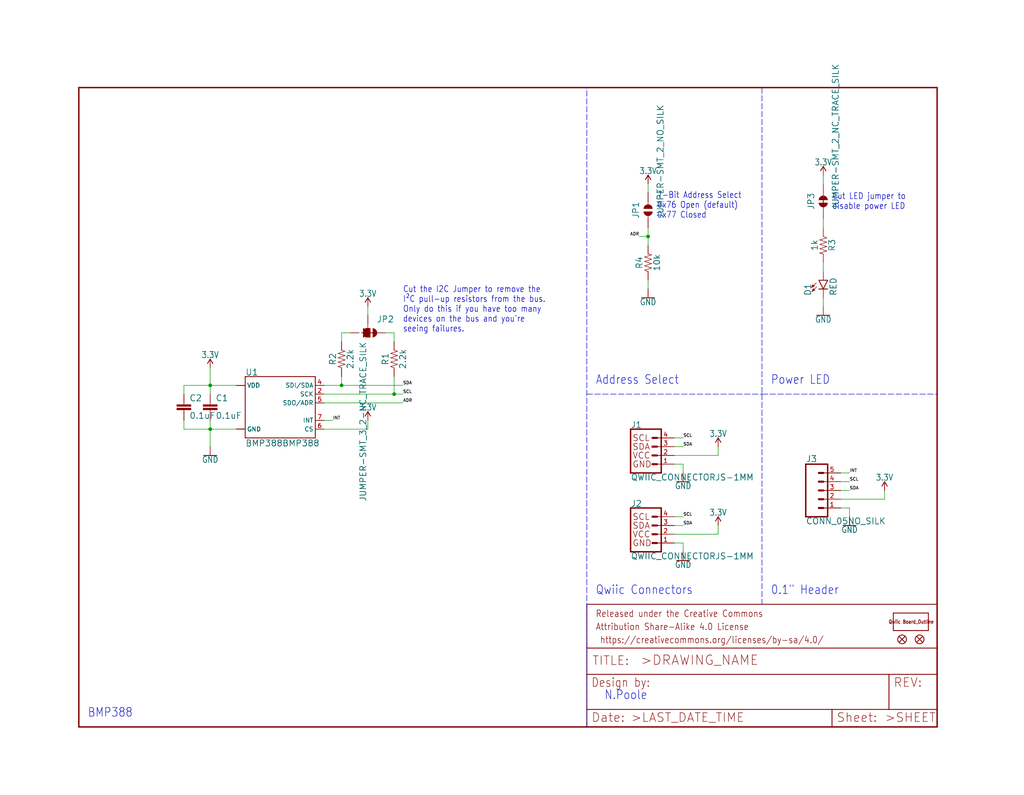
<source format=kicad_sch>
(kicad_sch (version 20211123) (generator eeschema)
  (paper "User" 297.002 230.632)
  (lib_symbols
    (symbol "eagleSchem-eagle-import:0.1UF-0603-25V-(+80{slash}-20%)"
      (property "Reference" "C" (at 1.524 2.921 0))
      (property "Value" "0.1UF-0603-25V-(+80{slash}-20%)" (at 1.524 -2.159 0))
      (symbol "0.1UF-0603-25V-(+80{slash}-20%)_1_0"
        (rectangle (start -2.032 0.508) (end 2.032 1.016) (fill (type outline)))
        (rectangle (start -2.032 1.524) (end 2.032 2.032) (fill (type outline)))
        (polyline (pts (xy 0 0) (xy 0 0.508)) (stroke (width 0.1524)))
        (polyline (pts (xy 0 2.54) (xy 0 2.032)) (stroke (width 0.1524)))
        (pin passive line (at 0 5.08 270) (length 2.54) (name "1") (number "1"))
        (pin passive line (at 0 -2.54 90) (length 2.54) (name "2") (number "2"))
      )
    )
    (symbol "eagleSchem-eagle-import:10KOHM-0603-1{slash}10W-1%"
      (property "Reference" "R" (at 0 1.524 0))
      (property "Value" "10KOHM-0603-1{slash}10W-1%" (at 0 -1.524 0))
      (symbol "10KOHM-0603-1{slash}10W-1%_1_0"
        (polyline (pts (xy -2.54 0) (xy -2.159 1.016)) (stroke (width 0.1524)))
        (polyline (pts (xy -2.159 1.016) (xy -1.524 -1.016)) (stroke (width 0.1524)))
        (polyline (pts (xy -1.524 -1.016) (xy -0.889 1.016)) (stroke (width 0.1524)))
        (polyline (pts (xy -0.889 1.016) (xy -0.254 -1.016)) (stroke (width 0.1524)))
        (polyline (pts (xy -0.254 -1.016) (xy 0.381 1.016)) (stroke (width 0.1524)))
        (polyline (pts (xy 0.381 1.016) (xy 1.016 -1.016)) (stroke (width 0.1524)))
        (polyline (pts (xy 1.016 -1.016) (xy 1.651 1.016)) (stroke (width 0.1524)))
        (polyline (pts (xy 1.651 1.016) (xy 2.286 -1.016)) (stroke (width 0.1524)))
        (polyline (pts (xy 2.286 -1.016) (xy 2.54 0)) (stroke (width 0.1524)))
        (pin passive line (at -5.08 0 0) (length 2.54) (name "1") (number "1"))
        (pin passive line (at 5.08 0 180) (length 2.54) (name "2") (number "2"))
      )
    )
    (symbol "eagleSchem-eagle-import:1KOHM-0603-1{slash}10W-1%"
      (property "Reference" "R" (at 0 1.524 0))
      (property "Value" "1KOHM-0603-1{slash}10W-1%" (at 0 -1.524 0))
      (symbol "1KOHM-0603-1{slash}10W-1%_1_0"
        (polyline (pts (xy -2.54 0) (xy -2.159 1.016)) (stroke (width 0.1524)))
        (polyline (pts (xy -2.159 1.016) (xy -1.524 -1.016)) (stroke (width 0.1524)))
        (polyline (pts (xy -1.524 -1.016) (xy -0.889 1.016)) (stroke (width 0.1524)))
        (polyline (pts (xy -0.889 1.016) (xy -0.254 -1.016)) (stroke (width 0.1524)))
        (polyline (pts (xy -0.254 -1.016) (xy 0.381 1.016)) (stroke (width 0.1524)))
        (polyline (pts (xy 0.381 1.016) (xy 1.016 -1.016)) (stroke (width 0.1524)))
        (polyline (pts (xy 1.016 -1.016) (xy 1.651 1.016)) (stroke (width 0.1524)))
        (polyline (pts (xy 1.651 1.016) (xy 2.286 -1.016)) (stroke (width 0.1524)))
        (polyline (pts (xy 2.286 -1.016) (xy 2.54 0)) (stroke (width 0.1524)))
        (pin passive line (at -5.08 0 0) (length 2.54) (name "1") (number "1"))
        (pin passive line (at 5.08 0 180) (length 2.54) (name "2") (number "2"))
      )
    )
    (symbol "eagleSchem-eagle-import:2.2KOHM-0603-1{slash}10W-1%"
      (property "Reference" "R" (at 0 1.524 0))
      (property "Value" "2.2KOHM-0603-1{slash}10W-1%" (at 0 -1.524 0))
      (symbol "2.2KOHM-0603-1{slash}10W-1%_1_0"
        (polyline (pts (xy -2.54 0) (xy -2.159 1.016)) (stroke (width 0.1524)))
        (polyline (pts (xy -2.159 1.016) (xy -1.524 -1.016)) (stroke (width 0.1524)))
        (polyline (pts (xy -1.524 -1.016) (xy -0.889 1.016)) (stroke (width 0.1524)))
        (polyline (pts (xy -0.889 1.016) (xy -0.254 -1.016)) (stroke (width 0.1524)))
        (polyline (pts (xy -0.254 -1.016) (xy 0.381 1.016)) (stroke (width 0.1524)))
        (polyline (pts (xy 0.381 1.016) (xy 1.016 -1.016)) (stroke (width 0.1524)))
        (polyline (pts (xy 1.016 -1.016) (xy 1.651 1.016)) (stroke (width 0.1524)))
        (polyline (pts (xy 1.651 1.016) (xy 2.286 -1.016)) (stroke (width 0.1524)))
        (polyline (pts (xy 2.286 -1.016) (xy 2.54 0)) (stroke (width 0.1524)))
        (pin passive line (at -5.08 0 0) (length 2.54) (name "1") (number "1"))
        (pin passive line (at 5.08 0 180) (length 2.54) (name "2") (number "2"))
      )
    )
    (symbol "eagleSchem-eagle-import:3.3V" (power)
      (property "Value" "3.3V" (at 0 2.794 0))
      (symbol "3.3V_1_0"
        (polyline (pts (xy 0 2.54) (xy -0.762 1.27)) (stroke (width 0.254)))
        (polyline (pts (xy 0.762 1.27) (xy 0 2.54)) (stroke (width 0.254)))
        (pin power_in line (at 0 0 90) (length 2.54) (name "3.3V") (number "1"))
      )
    )
    (symbol "eagleSchem-eagle-import:BMP388BMP388"
      (property "Reference" "U" (at -12.7 7.874 0))
      (property "Value" "BMP388BMP388" (at -12.7 -12.7 0))
      (symbol "BMP388BMP388_1_0"
        (polyline (pts (xy -12.7 -10.16) (xy 7.62 -10.16)) (stroke (width 0.254)))
        (polyline (pts (xy -12.7 7.62) (xy -12.7 -10.16)) (stroke (width 0.254)))
        (polyline (pts (xy 7.62 -10.16) (xy 7.62 7.62)) (stroke (width 0.254)))
        (polyline (pts (xy 7.62 7.62) (xy -12.7 7.62)) (stroke (width 0.254)))
        (pin bidirectional line (at -15.24 5.08 0) (length 2.54) (name "VDD") (number "1"))
        (pin bidirectional line (at -15.24 5.08 0) (length 2.54) (name "VDD") (number "10"))
        (pin bidirectional line (at 10.16 2.54 180) (length 2.54) (name "SCK") (number "2"))
        (pin bidirectional line (at -15.24 -7.62 0) (length 2.54) (name "GND") (number "3"))
        (pin bidirectional line (at 10.16 5.08 180) (length 2.54) (name "SDI/SDA") (number "4"))
        (pin bidirectional line (at 10.16 0 180) (length 2.54) (name "SDO/ADR") (number "5"))
        (pin bidirectional line (at 10.16 -7.62 180) (length 2.54) (name "CS") (number "6"))
        (pin bidirectional line (at 10.16 -5.08 180) (length 2.54) (name "INT") (number "7"))
        (pin bidirectional line (at -15.24 -7.62 0) (length 2.54) (name "GND") (number "8"))
        (pin bidirectional line (at -15.24 -7.62 0) (length 2.54) (name "GND") (number "9"))
      )
    )
    (symbol "eagleSchem-eagle-import:CONN_05NO_SILK"
      (property "Reference" "J" (at -2.54 8.128 0))
      (property "Value" "CONN_05NO_SILK" (at -2.54 -9.906 0))
      (symbol "CONN_05NO_SILK_1_0"
        (polyline (pts (xy -2.54 7.62) (xy -2.54 -7.62)) (stroke (width 0.4064)))
        (polyline (pts (xy -2.54 7.62) (xy 3.81 7.62)) (stroke (width 0.4064)))
        (polyline (pts (xy 1.27 -5.08) (xy 2.54 -5.08)) (stroke (width 0.6096)))
        (polyline (pts (xy 1.27 -2.54) (xy 2.54 -2.54)) (stroke (width 0.6096)))
        (polyline (pts (xy 1.27 0) (xy 2.54 0)) (stroke (width 0.6096)))
        (polyline (pts (xy 1.27 2.54) (xy 2.54 2.54)) (stroke (width 0.6096)))
        (polyline (pts (xy 1.27 5.08) (xy 2.54 5.08)) (stroke (width 0.6096)))
        (polyline (pts (xy 3.81 -7.62) (xy -2.54 -7.62)) (stroke (width 0.4064)))
        (polyline (pts (xy 3.81 -7.62) (xy 3.81 7.62)) (stroke (width 0.4064)))
        (pin passive line (at 7.62 -5.08 180) (length 5.08) (name "1") (number "1"))
        (pin passive line (at 7.62 -2.54 180) (length 5.08) (name "2") (number "2"))
        (pin passive line (at 7.62 0 180) (length 5.08) (name "3") (number "3"))
        (pin passive line (at 7.62 2.54 180) (length 5.08) (name "4") (number "4"))
        (pin passive line (at 7.62 5.08 180) (length 5.08) (name "5") (number "5"))
      )
    )
    (symbol "eagleSchem-eagle-import:FIDUCIALUFIDUCIAL"
      (symbol "FIDUCIALUFIDUCIAL_1_0"
        (polyline (pts (xy -0.762 0.762) (xy 0.762 -0.762)) (stroke (width 0.254)))
        (polyline (pts (xy 0.762 0.762) (xy -0.762 -0.762)) (stroke (width 0.254)))
        (circle (center 0 0) (radius 1.27) (stroke (width 0.254)))
      )
    )
    (symbol "eagleSchem-eagle-import:FRAME-LETTERNO_PACKAGE"
      (symbol "FRAME-LETTERNO_PACKAGE_1_0"
        (polyline (pts (xy 0 0) (xy 248.92 0)) (stroke (width 0.4064)))
        (polyline (pts (xy 0 185.42) (xy 0 0)) (stroke (width 0.4064)))
        (polyline (pts (xy 0 185.42) (xy 248.92 185.42)) (stroke (width 0.4064)))
        (polyline (pts (xy 248.92 185.42) (xy 248.92 0)) (stroke (width 0.4064)))
      )
      (symbol "FRAME-LETTERNO_PACKAGE_2_0"
        (polyline (pts (xy 0 0) (xy 0 5.08)) (stroke (width 0.254)))
        (polyline (pts (xy 0 0) (xy 71.12 0)) (stroke (width 0.254)))
        (polyline (pts (xy 0 5.08) (xy 0 15.24)) (stroke (width 0.254)))
        (polyline (pts (xy 0 5.08) (xy 71.12 5.08)) (stroke (width 0.254)))
        (polyline (pts (xy 0 15.24) (xy 0 22.86)) (stroke (width 0.254)))
        (polyline (pts (xy 0 22.86) (xy 0 35.56)) (stroke (width 0.254)))
        (polyline (pts (xy 0 22.86) (xy 101.6 22.86)) (stroke (width 0.254)))
        (polyline (pts (xy 71.12 0) (xy 101.6 0)) (stroke (width 0.254)))
        (polyline (pts (xy 71.12 5.08) (xy 71.12 0)) (stroke (width 0.254)))
        (polyline (pts (xy 71.12 5.08) (xy 87.63 5.08)) (stroke (width 0.254)))
        (polyline (pts (xy 87.63 5.08) (xy 101.6 5.08)) (stroke (width 0.254)))
        (polyline (pts (xy 87.63 15.24) (xy 0 15.24)) (stroke (width 0.254)))
        (polyline (pts (xy 87.63 15.24) (xy 87.63 5.08)) (stroke (width 0.254)))
        (polyline (pts (xy 101.6 5.08) (xy 101.6 0)) (stroke (width 0.254)))
        (polyline (pts (xy 101.6 15.24) (xy 87.63 15.24)) (stroke (width 0.254)))
        (polyline (pts (xy 101.6 15.24) (xy 101.6 5.08)) (stroke (width 0.254)))
        (polyline (pts (xy 101.6 22.86) (xy 101.6 15.24)) (stroke (width 0.254)))
        (polyline (pts (xy 101.6 35.56) (xy 0 35.56)) (stroke (width 0.254)))
        (polyline (pts (xy 101.6 35.56) (xy 101.6 22.86)) (stroke (width 0.254)))
        (text " https://creativecommons.org/licenses/by-sa/4.0/" (at 2.54 24.13 0) (effects (font (size 1.9304 1.6408)) (justify left bottom)))
        (text ">DRAWING_NAME" (at 15.494 17.78 0) (effects (font (size 2.7432 2.7432)) (justify left bottom)))
        (text ">LAST_DATE_TIME" (at 12.7 1.27 0) (effects (font (size 2.54 2.54)) (justify left bottom)))
        (text ">SHEET" (at 86.36 1.27 0) (effects (font (size 2.54 2.54)) (justify left bottom)))
        (text "Attribution Share-Alike 4.0 License" (at 2.54 27.94 0) (effects (font (size 1.9304 1.6408)) (justify left bottom)))
        (text "Date:" (at 1.27 1.27 0) (effects (font (size 2.54 2.54)) (justify left bottom)))
        (text "Design by:" (at 1.27 11.43 0) (effects (font (size 2.54 2.159)) (justify left bottom)))
        (text "Released under the Creative Commons" (at 2.54 31.75 0) (effects (font (size 1.9304 1.6408)) (justify left bottom)))
        (text "REV:" (at 88.9 11.43 0) (effects (font (size 2.54 2.54)) (justify left bottom)))
        (text "Sheet:" (at 72.39 1.27 0) (effects (font (size 2.54 2.54)) (justify left bottom)))
        (text "TITLE:" (at 1.524 17.78 0) (effects (font (size 2.54 2.54)) (justify left bottom)))
      )
    )
    (symbol "eagleSchem-eagle-import:GND" (power)
      (property "Value" "GND" (at 0 -0.254 0))
      (symbol "GND_1_0"
        (polyline (pts (xy -1.905 0) (xy 1.905 0)) (stroke (width 0.254)))
        (pin power_in line (at 0 2.54 270) (length 2.54) (name "GND") (number "1"))
      )
    )
    (symbol "eagleSchem-eagle-import:JUMPER-SMT_2_NC_TRACE_SILK"
      (property "Reference" "JP" (at -2.54 2.54 0))
      (property "Value" "JUMPER-SMT_2_NC_TRACE_SILK" (at -2.54 -2.54 0))
      (symbol "JUMPER-SMT_2_NC_TRACE_SILK_1_0"
        (arc (start -0.381 1.2699) (mid -1.6508 0) (end -0.381 -1.2699) (stroke (width 0.0001)) (fill (type outline)))
        (polyline (pts (xy -2.54 0) (xy -1.651 0)) (stroke (width 0.1524)))
        (polyline (pts (xy -0.762 0) (xy 1.016 0)) (stroke (width 0.254)))
        (polyline (pts (xy 2.54 0) (xy 1.651 0)) (stroke (width 0.1524)))
        (arc (start 0.381 -1.2698) (mid 1.279 -0.898) (end 1.6509 0) (stroke (width 0.0001)) (fill (type outline)))
        (arc (start 1.651 0) (mid 1.2789 0.8979) (end 0.381 1.2699) (stroke (width 0.0001)) (fill (type outline)))
        (pin passive line (at -5.08 0 0) (length 2.54) (name "1") (number "1"))
        (pin passive line (at 5.08 0 180) (length 2.54) (name "2") (number "2"))
      )
    )
    (symbol "eagleSchem-eagle-import:JUMPER-SMT_2_NO_SILK"
      (property "Reference" "JP" (at -2.54 2.54 0))
      (property "Value" "JUMPER-SMT_2_NO_SILK" (at -2.54 -2.54 0))
      (symbol "JUMPER-SMT_2_NO_SILK_1_0"
        (arc (start -0.381 1.2699) (mid -1.6508 0) (end -0.381 -1.2699) (stroke (width 0.0001)) (fill (type outline)))
        (polyline (pts (xy -2.54 0) (xy -1.651 0)) (stroke (width 0.1524)))
        (polyline (pts (xy 2.54 0) (xy 1.651 0)) (stroke (width 0.1524)))
        (arc (start 0.381 -1.2699) (mid 1.6508 0) (end 0.381 1.2699) (stroke (width 0.0001)) (fill (type outline)))
        (pin passive line (at -5.08 0 0) (length 2.54) (name "1") (number "1"))
        (pin passive line (at 5.08 0 180) (length 2.54) (name "2") (number "2"))
      )
    )
    (symbol "eagleSchem-eagle-import:JUMPER-SMT_3_2-NC_TRACE_SILK"
      (property "Reference" "JP" (at 2.54 0.381 0))
      (property "Value" "JUMPER-SMT_3_2-NC_TRACE_SILK" (at 2.54 -0.381 0))
      (symbol "JUMPER-SMT_3_2-NC_TRACE_SILK_1_0"
        (rectangle (start -1.27 -0.635) (end 1.27 0.635) (fill (type outline)))
        (polyline (pts (xy -2.54 0) (xy -1.27 0)) (stroke (width 0.1524)))
        (polyline (pts (xy -1.27 -0.635) (xy -1.27 0)) (stroke (width 0.1524)))
        (polyline (pts (xy -1.27 0) (xy -1.27 0.635)) (stroke (width 0.1524)))
        (polyline (pts (xy -1.27 0.635) (xy 1.27 0.635)) (stroke (width 0.1524)))
        (polyline (pts (xy 0 2.032) (xy 0 -1.778)) (stroke (width 0.254)))
        (polyline (pts (xy 1.27 -0.635) (xy -1.27 -0.635)) (stroke (width 0.1524)))
        (polyline (pts (xy 1.27 0.635) (xy 1.27 -0.635)) (stroke (width 0.1524)))
        (arc (start 0 2.667) (mid -0.898 2.295) (end -1.27 1.397) (stroke (width 0.0001)) (fill (type outline)))
        (arc (start 1.27 -1.397) (mid 0 -0.127) (end -1.27 -1.397) (stroke (width 0.0001)) (fill (type outline)))
        (arc (start 1.27 1.397) (mid 0.898 2.295) (end 0 2.667) (stroke (width 0.0001)) (fill (type outline)))
        (pin passive line (at 0 5.08 270) (length 2.54) (name "1") (number "1"))
        (pin passive line (at -5.08 0 0) (length 2.54) (name "2") (number "2"))
        (pin passive line (at 0 -5.08 90) (length 2.54) (name "3") (number "3"))
      )
    )
    (symbol "eagleSchem-eagle-import:LED-RED0603"
      (property "Reference" "D" (at -3.429 -4.572 90))
      (property "Value" "LED-RED0603" (at 1.905 -4.572 90))
      (symbol "LED-RED0603_1_0"
        (polyline (pts (xy -2.032 -0.762) (xy -3.429 -2.159)) (stroke (width 0.1524)))
        (polyline (pts (xy -1.905 -1.905) (xy -3.302 -3.302)) (stroke (width 0.1524)))
        (polyline (pts (xy 0 -2.54) (xy -1.27 -2.54)) (stroke (width 0.254)))
        (polyline (pts (xy 0 -2.54) (xy -1.27 0)) (stroke (width 0.254)))
        (polyline (pts (xy 1.27 -2.54) (xy 0 -2.54)) (stroke (width 0.254)))
        (polyline (pts (xy 1.27 0) (xy -1.27 0)) (stroke (width 0.254)))
        (polyline (pts (xy 1.27 0) (xy 0 -2.54)) (stroke (width 0.254)))
        (polyline (pts (xy -3.429 -2.159) (xy -3.048 -1.27) (xy -2.54 -1.778)) (fill (type outline)))
        (polyline (pts (xy -3.302 -3.302) (xy -2.921 -2.413) (xy -2.413 -2.921)) (fill (type outline)))
        (pin passive line (at 0 2.54 270) (length 2.54) (name "A") (number "A"))
        (pin passive line (at 0 -5.08 90) (length 2.54) (name "C") (number "C"))
      )
    )
    (symbol "eagleSchem-eagle-import:QWIIC_BOARD_OUTLINEH"
      (symbol "QWIIC_BOARD_OUTLINEH_1_0"
        (polyline (pts (xy -5.08 -2.54) (xy -5.08 2.54)) (stroke (width 0.254)))
        (polyline (pts (xy -5.08 2.54) (xy 5.08 2.54)) (stroke (width 0.254)))
        (polyline (pts (xy 5.08 -2.54) (xy -5.08 -2.54)) (stroke (width 0.254)))
        (polyline (pts (xy 5.08 2.54) (xy 5.08 -2.54)) (stroke (width 0.254)))
        (text "Qwiic Board_Outline" (at 0.127 0 0) (effects (font (size 1.016 0.8636) (thickness 0.1727) bold)))
      )
    )
    (symbol "eagleSchem-eagle-import:QWIIC_CONNECTORJS-1MM"
      (property "Reference" "J" (at -5.08 7.874 0))
      (property "Value" "QWIIC_CONNECTORJS-1MM" (at -5.08 -5.334 0))
      (symbol "QWIIC_CONNECTORJS-1MM_1_0"
        (polyline (pts (xy -5.08 7.62) (xy -5.08 -5.08)) (stroke (width 0.4064)))
        (polyline (pts (xy -5.08 7.62) (xy 3.81 7.62)) (stroke (width 0.4064)))
        (polyline (pts (xy 1.27 -2.54) (xy 2.54 -2.54)) (stroke (width 0.6096)))
        (polyline (pts (xy 1.27 0) (xy 2.54 0)) (stroke (width 0.6096)))
        (polyline (pts (xy 1.27 2.54) (xy 2.54 2.54)) (stroke (width 0.6096)))
        (polyline (pts (xy 1.27 5.08) (xy 2.54 5.08)) (stroke (width 0.6096)))
        (polyline (pts (xy 3.81 -5.08) (xy -5.08 -5.08)) (stroke (width 0.4064)))
        (polyline (pts (xy 3.81 -5.08) (xy 3.81 7.62)) (stroke (width 0.4064)))
        (text "GND" (at -4.572 -2.54 0) (effects (font (size 1.778 1.778)) (justify left)))
        (text "SCL" (at -4.572 5.08 0) (effects (font (size 1.778 1.778)) (justify left)))
        (text "SDA" (at -4.572 2.54 0) (effects (font (size 1.778 1.778)) (justify left)))
        (text "VCC" (at -4.572 0 0) (effects (font (size 1.778 1.778)) (justify left)))
        (pin power_in line (at 7.62 -2.54 180) (length 5.08) (name "GND") (number "1"))
        (pin power_in line (at 7.62 0 180) (length 5.08) (name "VCC") (number "2"))
        (pin passive line (at 7.62 2.54 180) (length 5.08) (name "SDA") (number "3"))
        (pin passive line (at 7.62 5.08 180) (length 5.08) (name "SCL") (number "4"))
      )
    )
  )
  (junction (at 114.3 114.3))
  (junction (at 187.96 68.58))
  (junction (at 99.06 111.76))
  (junction (at 60.96 124.46))
  (junction (at 60.96 111.76))
  (wire (pts (xy 60.96 111.76) (xy 60.96 106.68)))
  (wire (pts (xy 238.76 53.34) (xy 238.76 50.8)))
  (wire (pts (xy 93.98 114.3) (xy 114.3 114.3)))
  (wire (pts (xy 243.84 137.16) (xy 246.38 137.16)))
  (wire (pts (xy 114.3 96.52) (xy 111.76 96.52)))
  (wire (pts (xy 187.96 81.28) (xy 187.96 83.82)))
  (wire (pts (xy 60.96 114.3) (xy 60.96 111.76)))
  (wire (pts (xy 195.58 149.86) (xy 198.12 149.86)))
  (wire (pts (xy 93.98 116.84) (xy 116.84 116.84)))
  (wire (pts (xy 114.3 109.22) (xy 114.3 114.3)))
  (wire (pts (xy 195.58 129.54) (xy 198.12 129.54)))
  (wire (pts (xy 256.54 144.78) (xy 256.54 142.24)))
  (wire (pts (xy 187.96 68.58) (xy 185.42 68.58)))
  (wire (pts (xy 60.96 124.46) (xy 60.96 129.54)))
  (wire (pts (xy 187.96 68.58) (xy 187.96 66.04)))
  (wire (pts (xy 114.3 114.3) (xy 116.84 114.3)))
  (wire (pts (xy 243.84 142.24) (xy 246.38 142.24)))
  (polyline (pts (xy 170.18 114.3) (xy 220.98 114.3)))
  (wire (pts (xy 208.28 132.08) (xy 208.28 129.54)))
  (wire (pts (xy 243.84 147.32) (xy 246.38 147.32)))
  (wire (pts (xy 198.12 157.48) (xy 198.12 160.02)))
  (wire (pts (xy 60.96 124.46) (xy 60.96 121.92)))
  (wire (pts (xy 68.58 124.46) (xy 60.96 124.46)))
  (wire (pts (xy 187.96 71.12) (xy 187.96 68.58)))
  (wire (pts (xy 195.58 157.48) (xy 198.12 157.48)))
  (polyline (pts (xy 220.98 114.3) (xy 220.98 175.26)))
  (wire (pts (xy 93.98 111.76) (xy 99.06 111.76)))
  (wire (pts (xy 238.76 76.2) (xy 238.76 78.74)))
  (wire (pts (xy 99.06 111.76) (xy 116.84 111.76)))
  (wire (pts (xy 243.84 144.78) (xy 256.54 144.78)))
  (wire (pts (xy 99.06 96.52) (xy 101.6 96.52)))
  (wire (pts (xy 93.98 124.46) (xy 106.68 124.46)))
  (wire (pts (xy 195.58 152.4) (xy 198.12 152.4)))
  (wire (pts (xy 106.68 124.46) (xy 106.68 121.92)))
  (wire (pts (xy 60.96 111.76) (xy 68.58 111.76)))
  (wire (pts (xy 195.58 134.62) (xy 198.12 134.62)))
  (polyline (pts (xy 170.18 210.82) (xy 170.18 25.4)))
  (polyline (pts (xy 220.98 25.4) (xy 220.98 114.3)))
  (wire (pts (xy 246.38 147.32) (xy 246.38 149.86)))
  (wire (pts (xy 53.34 124.46) (xy 60.96 124.46)))
  (wire (pts (xy 195.58 132.08) (xy 208.28 132.08)))
  (wire (pts (xy 195.58 154.94) (xy 208.28 154.94)))
  (wire (pts (xy 195.58 127) (xy 198.12 127)))
  (wire (pts (xy 93.98 121.92) (xy 96.52 121.92)))
  (wire (pts (xy 53.34 121.92) (xy 53.34 124.46)))
  (wire (pts (xy 187.96 55.88) (xy 187.96 53.34)))
  (wire (pts (xy 198.12 134.62) (xy 198.12 137.16)))
  (wire (pts (xy 238.76 66.04) (xy 238.76 63.5)))
  (wire (pts (xy 208.28 154.94) (xy 208.28 152.4)))
  (wire (pts (xy 114.3 99.06) (xy 114.3 96.52)))
  (wire (pts (xy 53.34 111.76) (xy 53.34 114.3)))
  (wire (pts (xy 238.76 86.36) (xy 238.76 88.9)))
  (wire (pts (xy 99.06 109.22) (xy 99.06 111.76)))
  (wire (pts (xy 243.84 139.7) (xy 246.38 139.7)))
  (polyline (pts (xy 220.98 114.3) (xy 271.78 114.3)))
  (wire (pts (xy 106.68 88.9) (xy 106.68 91.44)))
  (wire (pts (xy 99.06 99.06) (xy 99.06 96.52)))
  (wire (pts (xy 60.96 111.76) (xy 53.34 111.76)))
  (text "0.1\" Header" (at 223.52 172.72 180) (effects (font (size 2.54 2.159)) (justify left bottom)))
  (text "7-Bit Address Select\n0x76 Open (default)\n0x77 Closed" (at 190.5 63.5 0) (effects (font (size 1.778 1.5113)) (justify left bottom)))
  (text "N.Poole" (at 175.26 203.2 180) (effects (font (size 2.54 2.159)) (justify left bottom)))
  (text "Address Select" (at 172.72 111.76 180) (effects (font (size 2.54 2.159)) (justify left bottom)))
  (text "Cut LED jumper to\ndisable power LED" (at 241.3 60.96 180) (effects (font (size 1.778 1.5113)) (justify left bottom)))
  (text "Power LED" (at 223.52 111.76 180) (effects (font (size 2.54 2.159)) (justify left bottom)))
  (text "Cut the I2C Jumper to remove the\nI²C pull-up resistors from the bus.\nOnly do this if you have too many\ndevices on the bus and you're\nseeing failures." (at 116.84 96.52 0) (effects (font (size 1.778 1.5113)) (justify left bottom)))
  (text "BMP388" (at 25.4 208.28 180) (effects (font (size 2.54 2.159)) (justify left bottom)))
  (text "Qwiic Connectors" (at 172.72 172.72 180) (effects (font (size 2.54 2.159)) (justify left bottom)))
  (label "INT" (at 246.38 137.16 0) (effects (font (size 0.889 0.889))))
  (label "INT" (at 96.52 121.92 0) (effects (font (size 0.889 0.889))))
  (label "SCL" (at 198.12 149.86 0) (effects (font (size 0.889 0.889))))
  (label "SDA" (at 116.84 111.76 0) (effects (font (size 0.889 0.889))))
  (label "SDA" (at 198.12 152.4 0) (effects (font (size 0.889 0.889))))
  (label "SDA" (at 246.38 142.24 0) (effects (font (size 0.889 0.889))))
  (label "SDA" (at 198.12 129.54 0) (effects (font (size 0.889 0.889))))
  (label "SCL" (at 116.84 114.3 0) (effects (font (size 0.889 0.889))))
  (label "ADR" (at 185.42 68.58 180) (effects (font (size 0.889 0.889))))
  (label "SCL" (at 246.38 139.7 0) (effects (font (size 0.889 0.889))))
  (label "SCL" (at 198.12 127 0) (effects (font (size 0.889 0.889))))
  (label "ADR" (at 116.84 116.84 0) (effects (font (size 0.889 0.889))))
  (symbol (lib_id "eagleSchem-eagle-import:3.3V") (at 238.76 50.8 0) (unit 1)
    (property "Reference" "#SUPPLY4" (effects hide))
    (property "Value" "3.3V" (at 238.76 48.006 0) (effects (font (size 1.778 1.5113)) (justify bottom)))
    (property "Footprint" "eagleSchem:" (effects hide))
  )
  (symbol (lib_id "eagleSchem-eagle-import:3.3V") (at 60.96 106.68 0) (unit 1)
    (property "Reference" "#SUPPLY1" (effects hide))
    (property "Value" "3.3V" (at 60.96 103.886 0) (effects (font (size 1.778 1.5113)) (justify bottom)))
    (property "Footprint" "eagleSchem:" (effects hide))
  )
  (symbol (lib_id "eagleSchem-eagle-import:10KOHM-0603-1{slash}10W-1%") (at 187.96 76.2 90) (unit 1)
    (property "Reference" "R4" (at 186.436 76.2 0) (effects (font (size 1.778 1.778)) (justify bottom)))
    (property "Value" "10k" (at 189.484 76.2 0) (effects (font (size 1.778 1.778)) (justify top)))
    (property "Footprint" "eagleSchem:0603" (effects hide))
  )
  (symbol (lib_id "eagleSchem-eagle-import:3.3V") (at 187.96 53.34 0) (unit 1)
    (property "Reference" "#SUPPLY3" (effects hide))
    (property "Value" "3.3V" (at 187.96 50.546 0) (effects (font (size 1.778 1.5113)) (justify bottom)))
    (property "Footprint" "eagleSchem:" (effects hide))
  )
  (symbol (lib_id "eagleSchem-eagle-import:3.3V") (at 208.28 129.54 0) (unit 1)
    (property "Reference" "#SUPPLY5" (effects hide))
    (property "Value" "3.3V" (at 208.28 126.746 0) (effects (font (size 1.778 1.5113)) (justify bottom)))
    (property "Footprint" "eagleSchem:" (effects hide))
  )
  (symbol (lib_id "eagleSchem-eagle-import:3.3V") (at 256.54 142.24 0) (unit 1)
    (property "Reference" "#SUPPLY8" (effects hide))
    (property "Value" "3.3V" (at 256.54 139.446 0) (effects (font (size 1.778 1.5113)) (justify bottom)))
    (property "Footprint" "eagleSchem:" (effects hide))
  )
  (symbol (lib_id "eagleSchem-eagle-import:GND") (at 246.38 152.4 0) (unit 1)
    (property "Reference" "#GND6" (effects hide))
    (property "Value" "GND" (at 246.38 152.654 0) (effects (font (size 1.778 1.5113)) (justify top)))
    (property "Footprint" "eagleSchem:" (effects hide))
  )
  (symbol (lib_id "eagleSchem-eagle-import:BMP388BMP388") (at 83.82 116.84 0) (unit 1)
    (property "Reference" "U1" (at 71.12 108.966 0) (effects (font (size 1.778 1.778)) (justify left bottom)))
    (property "Value" "BMP388BMP388" (at 71.12 129.54 0) (effects (font (size 1.778 1.778)) (justify left bottom)))
    (property "Footprint" "eagleSchem:LGA-10(2X2)" (effects hide))
  )
  (symbol (lib_id "eagleSchem-eagle-import:JUMPER-SMT_2_NC_TRACE_SILK") (at 238.76 58.42 90) (unit 1)
    (property "Reference" "JP3" (at 236.22 60.96 0) (effects (font (size 1.778 1.778)) (justify left bottom)))
    (property "Value" "JUMPER-SMT_2_NC_TRACE_SILK" (at 241.3 60.96 0) (effects (font (size 1.778 1.778)) (justify left top)))
    (property "Footprint" "eagleSchem:SMT-JUMPER_2_NC_TRACE_SILK" (effects hide))
  )
  (symbol (lib_id "eagleSchem-eagle-import:3.3V") (at 106.68 121.92 0) (unit 1)
    (property "Reference" "#SUPPLY7" (effects hide))
    (property "Value" "3.3V" (at 106.68 119.126 0) (effects (font (size 1.778 1.5113)) (justify bottom)))
    (property "Footprint" "eagleSchem:" (effects hide))
  )
  (symbol (lib_id "eagleSchem-eagle-import:GND") (at 60.96 132.08 0) (unit 1)
    (property "Reference" "#GND1" (effects hide))
    (property "Value" "GND" (at 60.96 132.334 0) (effects (font (size 1.778 1.5113)) (justify top)))
    (property "Footprint" "eagleSchem:" (effects hide))
  )
  (symbol (lib_id "eagleSchem-eagle-import:3.3V") (at 208.28 152.4 0) (unit 1)
    (property "Reference" "#SUPPLY6" (effects hide))
    (property "Value" "3.3V" (at 208.28 149.606 0) (effects (font (size 1.778 1.5113)) (justify bottom)))
    (property "Footprint" "eagleSchem:" (effects hide))
  )
  (symbol (lib_id "eagleSchem-eagle-import:QWIIC_CONNECTORJS-1MM") (at 187.96 154.94 0) (unit 1)
    (property "Reference" "J2" (at 182.88 147.066 0) (effects (font (size 1.778 1.778)) (justify left bottom)))
    (property "Value" "QWIIC_CONNECTORJS-1MM" (at 182.88 160.274 0) (effects (font (size 1.778 1.778)) (justify left top)))
    (property "Footprint" "eagleSchem:1X04_1MM_RA" (effects hide))
  )
  (symbol (lib_id "eagleSchem-eagle-import:GND") (at 238.76 91.44 0) (unit 1)
    (property "Reference" "#GND3" (effects hide))
    (property "Value" "GND" (at 238.76 91.694 0) (effects (font (size 1.778 1.5113)) (justify top)))
    (property "Footprint" "eagleSchem:" (effects hide))
  )
  (symbol (lib_id "eagleSchem-eagle-import:CONN_05NO_SILK") (at 236.22 142.24 0) (unit 1)
    (property "Reference" "J3" (at 233.68 134.112 0) (effects (font (size 1.778 1.778)) (justify left bottom)))
    (property "Value" "CONN_05NO_SILK" (at 233.68 152.146 0) (effects (font (size 1.778 1.778)) (justify left bottom)))
    (property "Footprint" "eagleSchem:1X05_NO_SILK" (effects hide))
  )
  (symbol (lib_id "eagleSchem-eagle-import:2.2KOHM-0603-1{slash}10W-1%") (at 114.3 104.14 90) (unit 1)
    (property "Reference" "R1" (at 112.776 104.14 0) (effects (font (size 1.778 1.778)) (justify bottom)))
    (property "Value" "2.2k" (at 115.824 104.14 0) (effects (font (size 1.778 1.778)) (justify top)))
    (property "Footprint" "eagleSchem:0603" (effects hide))
  )
  (symbol (lib_id "eagleSchem-eagle-import:GND") (at 198.12 162.56 0) (unit 1)
    (property "Reference" "#GND5" (effects hide))
    (property "Value" "GND" (at 198.12 162.814 0) (effects (font (size 1.778 1.5113)) (justify top)))
    (property "Footprint" "eagleSchem:" (effects hide))
  )
  (symbol (lib_id "eagleSchem-eagle-import:0.1UF-0603-25V-(+80{slash}-20%)") (at 53.34 119.38 0) (unit 1)
    (property "Reference" "C2" (at 54.864 116.459 0) (effects (font (size 1.778 1.778)) (justify left bottom)))
    (property "Value" "0.1uF" (at 54.864 121.539 0) (effects (font (size 1.778 1.778)) (justify left bottom)))
    (property "Footprint" "eagleSchem:0603" (effects hide))
  )
  (symbol (lib_id "eagleSchem-eagle-import:QWIIC_CONNECTORJS-1MM") (at 187.96 132.08 0) (unit 1)
    (property "Reference" "J1" (at 182.88 124.206 0) (effects (font (size 1.778 1.778)) (justify left bottom)))
    (property "Value" "QWIIC_CONNECTORJS-1MM" (at 182.88 137.414 0) (effects (font (size 1.778 1.778)) (justify left top)))
    (property "Footprint" "eagleSchem:1X04_1MM_RA" (effects hide))
  )
  (symbol (lib_id "eagleSchem-eagle-import:1KOHM-0603-1{slash}10W-1%") (at 238.76 71.12 270) (unit 1)
    (property "Reference" "R3" (at 240.284 71.12 0) (effects (font (size 1.778 1.778)) (justify bottom)))
    (property "Value" "1k" (at 237.236 71.12 0) (effects (font (size 1.778 1.778)) (justify top)))
    (property "Footprint" "eagleSchem:0603" (effects hide))
  )
  (symbol (lib_id "eagleSchem-eagle-import:FRAME-LETTERNO_PACKAGE") (at 170.18 210.82 0) (unit 2)
    (property "Reference" "FRAME1" (effects hide))
    (property "Value" "FRAME-LETTERNO_PACKAGE" (effects hide))
    (property "Footprint" "eagleSchem:DUMMY" (effects hide))
  )
  (symbol (lib_id "eagleSchem-eagle-import:QWIIC_BOARD_OUTLINEH") (at 264.16 180.34 0) (unit 1)
    (property "Reference" "A1" (effects hide))
    (property "Value" "QWIIC_BOARD_OUTLINEH" (effects hide))
    (property "Footprint" "eagleSchem:QWIIC_BOARD_MOUNT_HOLES" (effects hide))
  )
  (symbol (lib_id "eagleSchem-eagle-import:0.1UF-0603-25V-(+80{slash}-20%)") (at 60.96 119.38 0) (unit 1)
    (property "Reference" "C1" (at 62.484 116.459 0) (effects (font (size 1.778 1.778)) (justify left bottom)))
    (property "Value" "0.1uF" (at 62.484 121.539 0) (effects (font (size 1.778 1.778)) (justify left bottom)))
    (property "Footprint" "eagleSchem:0603" (effects hide))
  )
  (symbol (lib_id "eagleSchem-eagle-import:2.2KOHM-0603-1{slash}10W-1%") (at 99.06 104.14 90) (unit 1)
    (property "Reference" "R2" (at 97.536 104.14 0) (effects (font (size 1.778 1.778)) (justify bottom)))
    (property "Value" "2.2k" (at 100.584 104.14 0) (effects (font (size 1.778 1.778)) (justify top)))
    (property "Footprint" "eagleSchem:0603" (effects hide))
  )
  (symbol (lib_id "eagleSchem-eagle-import:LED-RED0603") (at 238.76 81.28 0) (unit 1)
    (property "Reference" "D1" (at 235.331 85.852 90) (effects (font (size 1.778 1.778)) (justify left bottom)))
    (property "Value" "RED" (at 240.665 85.852 90) (effects (font (size 1.778 1.778)) (justify left top)))
    (property "Footprint" "eagleSchem:LED-0603" (effects hide))
  )
  (symbol (lib_id "eagleSchem-eagle-import:FIDUCIALUFIDUCIAL") (at 261.62 185.42 0) (unit 1)
    (property "Reference" "FD1" (effects hide))
    (property "Value" "FIDUCIALUFIDUCIAL" (effects hide))
    (property "Footprint" "eagleSchem:FIDUCIAL-MICRO" (effects hide))
  )
  (symbol (lib_id "eagleSchem-eagle-import:GND") (at 187.96 86.36 0) (unit 1)
    (property "Reference" "#GND2" (effects hide))
    (property "Value" "GND" (at 187.96 86.614 0) (effects (font (size 1.778 1.5113)) (justify top)))
    (property "Footprint" "eagleSchem:" (effects hide))
  )
  (symbol (lib_id "eagleSchem-eagle-import:3.3V") (at 106.68 88.9 0) (unit 1)
    (property "Reference" "#SUPPLY2" (effects hide))
    (property "Value" "3.3V" (at 106.68 86.106 0) (effects (font (size 1.778 1.5113)) (justify bottom)))
    (property "Footprint" "eagleSchem:" (effects hide))
  )
  (symbol (lib_id "eagleSchem-eagle-import:FRAME-LETTERNO_PACKAGE") (at 22.86 210.82 0) (unit 1)
    (property "Reference" "FRAME1" (effects hide))
    (property "Value" "FRAME-LETTERNO_PACKAGE" (effects hide))
    (property "Footprint" "eagleSchem:DUMMY" (effects hide))
  )
  (symbol (lib_id "eagleSchem-eagle-import:GND") (at 198.12 139.7 0) (unit 1)
    (property "Reference" "#GND4" (effects hide))
    (property "Value" "GND" (at 198.12 139.954 0) (effects (font (size 1.778 1.5113)) (justify top)))
    (property "Footprint" "eagleSchem:" (effects hide))
  )
  (symbol (lib_id "eagleSchem-eagle-import:JUMPER-SMT_3_2-NC_TRACE_SILK") (at 106.68 96.52 270) (unit 1)
    (property "Reference" "JP2" (at 109.22 93.599 90) (effects (font (size 1.778 1.778)) (justify left bottom)))
    (property "Value" "JUMPER-SMT_3_2-NC_TRACE_SILK" (at 106.299 99.06 0) (effects (font (size 1.778 1.778)) (justify left top)))
    (property "Footprint" "eagleSchem:SMT-JUMPER_3_2-NC_TRACE_SILK" (effects hide))
  )
  (symbol (lib_id "eagleSchem-eagle-import:JUMPER-SMT_2_NO_SILK") (at 187.96 60.96 90) (unit 1)
    (property "Reference" "JP1" (at 185.42 63.5 0) (effects (font (size 1.778 1.778)) (justify left bottom)))
    (property "Value" "JUMPER-SMT_2_NO_SILK" (at 190.5 63.5 0) (effects (font (size 1.778 1.778)) (justify left top)))
    (property "Footprint" "eagleSchem:SMT-JUMPER_2_NO_SILK" (effects hide))
  )
  (symbol (lib_id "eagleSchem-eagle-import:FIDUCIALUFIDUCIAL") (at 266.7 185.42 0) (unit 1)
    (property "Reference" "FD2" (effects hide))
    (property "Value" "FIDUCIALUFIDUCIAL" (effects hide))
    (property "Footprint" "eagleSchem:FIDUCIAL-MICRO" (effects hide))
  )
)
</source>
